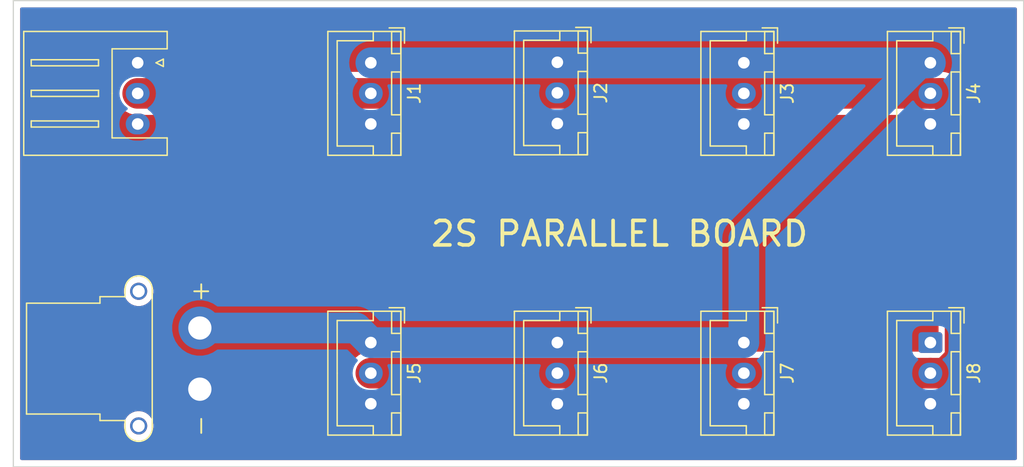
<source format=kicad_pcb>
(kicad_pcb (version 20171130) (host pcbnew "(5.1.9)-1")

  (general
    (thickness 1.6)
    (drawings 5)
    (tracks 14)
    (zones 0)
    (modules 10)
    (nets 4)
  )

  (page A4)
  (layers
    (0 F.Cu signal)
    (31 B.Cu signal)
    (32 B.Adhes user)
    (33 F.Adhes user)
    (34 B.Paste user)
    (35 F.Paste user)
    (36 B.SilkS user)
    (37 F.SilkS user)
    (38 B.Mask user)
    (39 F.Mask user)
    (40 Dwgs.User user)
    (41 Cmts.User user)
    (42 Eco1.User user)
    (43 Eco2.User user)
    (44 Edge.Cuts user)
    (45 Margin user)
    (46 B.CrtYd user)
    (47 F.CrtYd user)
    (48 B.Fab user)
    (49 F.Fab user)
  )

  (setup
    (last_trace_width 2.5)
    (user_trace_width 2.5)
    (trace_clearance 0.2)
    (zone_clearance 0.508)
    (zone_45_only no)
    (trace_min 0.2)
    (via_size 0.8)
    (via_drill 0.4)
    (via_min_size 0.4)
    (via_min_drill 0.3)
    (uvia_size 0.3)
    (uvia_drill 0.1)
    (uvias_allowed no)
    (uvia_min_size 0.2)
    (uvia_min_drill 0.1)
    (edge_width 0.05)
    (segment_width 0.2)
    (pcb_text_width 0.3)
    (pcb_text_size 1.5 1.5)
    (mod_edge_width 0.12)
    (mod_text_size 1 1)
    (mod_text_width 0.15)
    (pad_size 1.524 1.524)
    (pad_drill 0.762)
    (pad_to_mask_clearance 0)
    (aux_axis_origin 0 0)
    (visible_elements 7FFFFFFF)
    (pcbplotparams
      (layerselection 0x010fc_ffffffff)
      (usegerberextensions false)
      (usegerberattributes true)
      (usegerberadvancedattributes true)
      (creategerberjobfile true)
      (excludeedgelayer true)
      (linewidth 0.100000)
      (plotframeref false)
      (viasonmask false)
      (mode 1)
      (useauxorigin false)
      (hpglpennumber 1)
      (hpglpenspeed 20)
      (hpglpendiameter 15.000000)
      (psnegative false)
      (psa4output false)
      (plotreference true)
      (plotvalue true)
      (plotinvisibletext false)
      (padsonsilk false)
      (subtractmaskfromsilk false)
      (outputformat 1)
      (mirror false)
      (drillshape 0)
      (scaleselection 1)
      (outputdirectory "gerber/"))
  )

  (net 0 "")
  (net 1 VCC)
  (net 2 "Net-(J1-Pad2)")
  (net 3 GND)

  (net_class Default "This is the default net class."
    (clearance 0.2)
    (trace_width 0.25)
    (via_dia 0.8)
    (via_drill 0.4)
    (uvia_dia 0.3)
    (uvia_drill 0.1)
    (add_net GND)
    (add_net "Net-(J1-Pad2)")
    (add_net VCC)
  )

  (module Connector_AMASS:AMASS_XT30PW-F_1x02_P2.50mm_Horizontal (layer F.Cu) (tedit 5C8EB270) (tstamp 60F53D36)
    (at 91.44 125.73 90)
    (descr "Connector XT30 Horizontal PCB Female, https://www.tme.eu/en/Document/ce4077e36b79046da520ca73227e15de/XT30PW%20SPEC.pdf")
    (tags "RC Connector XT30")
    (path /60F645AA)
    (fp_text reference J9 (at 2.5 -15.5 90) (layer F.SilkS) hide
      (effects (font (size 1 1) (thickness 0.15)))
    )
    (fp_text value Conn_01x02 (at 2.5 3.5 90) (layer F.Fab)
      (effects (font (size 1 1) (thickness 0.15)))
    )
    (fp_text user - (at -3 0 90) (layer F.SilkS)
      (effects (font (size 1.5 1.5) (thickness 0.15)))
    )
    (fp_text user + (at 8 0 90) (layer F.SilkS)
      (effects (font (size 1.5 1.5) (thickness 0.15)))
    )
    (fp_arc (start 8.15 -5) (end 8.15 -3.89) (angle -180) (layer F.SilkS) (width 0.12))
    (fp_arc (start -3.15 -5) (end -3.15 -6.11) (angle -171.1) (layer F.SilkS) (width 0.12))
    (fp_arc (start -3.15 -5) (end -3.15 -6) (angle -180) (layer F.Fab) (width 0.1))
    (fp_arc (start 8.15 -5) (end 8.15 -4) (angle -180) (layer F.Fab) (width 0.1))
    (fp_text user %R (at 2.5 -3 90) (layer F.Fab)
      (effects (font (size 1 1) (thickness 0.15)))
    )
    (fp_line (start -1.92 -14.05) (end 6.92 -14.05) (layer F.Fab) (width 0.1))
    (fp_line (start -1.92 -14.05) (end -1.92 -8.05) (layer F.Fab) (width 0.1))
    (fp_line (start 6.92 -14.05) (end 6.92 -8.05) (layer F.Fab) (width 0.1))
    (fp_line (start -2.45 -8.05) (end 7.45 -8.05) (layer F.Fab) (width 0.1))
    (fp_line (start -2.56 -8.16) (end -2.03 -8.16) (layer F.SilkS) (width 0.12))
    (fp_line (start -4.65 2.25) (end 9.65 2.25) (layer F.CrtYd) (width 0.05))
    (fp_line (start 9.65 -8.55) (end 9.65 2.25) (layer F.CrtYd) (width 0.05))
    (fp_line (start 7.42 -8.55) (end 9.65 -8.55) (layer F.CrtYd) (width 0.05))
    (fp_line (start 7.42 -14.55) (end 7.42 -8.55) (layer F.CrtYd) (width 0.05))
    (fp_line (start -2.42 -14.55) (end 7.42 -14.55) (layer F.CrtYd) (width 0.05))
    (fp_line (start -2.42 -14.55) (end -2.42 -8.55) (layer F.CrtYd) (width 0.05))
    (fp_line (start -4.65 -8.55) (end -2.42 -8.55) (layer F.CrtYd) (width 0.05))
    (fp_line (start -4.65 -8.55) (end -4.65 2.25) (layer F.CrtYd) (width 0.05))
    (fp_line (start -3.26 -3.89) (end 8.26 -3.89) (layer F.SilkS) (width 0.12))
    (fp_line (start -3.15 -4) (end 8.15 -4) (layer F.Fab) (width 0.1))
    (fp_line (start -3.15 -6) (end -2.45 -6) (layer F.Fab) (width 0.1))
    (fp_line (start -2.45 -8.05) (end -2.45 -6) (layer F.Fab) (width 0.1))
    (fp_line (start 7.45 -8.05) (end 7.45 -6.05) (layer F.Fab) (width 0.1))
    (fp_line (start 7.45 -6) (end 8.15 -6) (layer F.Fab) (width 0.1))
    (fp_line (start -2.56 -8.16) (end -2.56 -6.11) (layer F.SilkS) (width 0.12))
    (fp_line (start -3.26 -6.11) (end -2.56 -6.11) (layer F.SilkS) (width 0.12))
    (fp_line (start 7.56 -6.11) (end 8.26 -6.11) (layer F.SilkS) (width 0.12))
    (fp_line (start 7.56 -8.16) (end 7.56 -6.11) (layer F.SilkS) (width 0.12))
    (fp_line (start 7.03 -8.16) (end 7.56 -8.16) (layer F.SilkS) (width 0.12))
    (fp_line (start 7.03 -14.16) (end 7.03 -8.16) (layer F.SilkS) (width 0.12))
    (fp_line (start -2.03 -14.16) (end 7 -14.16) (layer F.SilkS) (width 0.12))
    (fp_line (start -2.03 -14.16) (end -2.03 -8.16) (layer F.SilkS) (width 0.12))
    (pad 2 thru_hole circle (at 5 0 90) (size 3.5 3.5) (drill 1.9) (layers *.Cu *.Mask)
      (net 1 VCC))
    (pad 1 thru_hole rect (at 0 0 90) (size 3.5 3.5) (drill 1.9) (layers *.Cu *.Mask)
      (net 3 GND))
    (pad "" thru_hole circle (at 8 -5 90) (size 1.4 1.4) (drill 1) (layers *.Cu *.Mask))
    (pad "" thru_hole circle (at -3 -5 180) (size 1.4 1.4) (drill 1) (layers *.Cu *.Mask))
    (model ${KISYS3DMOD}/Connector_AMASS.3dshapes/AMASS_XT30PW-F_1x02_P2.50mm_Horizontal.wrl
      (at (xyz 0 0 0))
      (scale (xyz 1 1 1))
      (rotate (xyz 0 0 0))
    )
  )

  (module Connector_JST:JST_XH_S3B-XH-A_1x03_P2.50mm_Horizontal (layer F.Cu) (tedit 5C281475) (tstamp 60F50B6F)
    (at 86.36 99.06 270)
    (descr "JST XH series connector, S3B-XH-A (http://www.jst-mfg.com/product/pdf/eng/eXH.pdf), generated with kicad-footprint-generator")
    (tags "connector JST XH horizontal")
    (path /60F67F30)
    (fp_text reference J10 (at 2.5 -3.5 90) (layer F.SilkS) hide
      (effects (font (size 1 1) (thickness 0.15)))
    )
    (fp_text value Conn_01x03 (at 2.5 10.4 90) (layer F.Fab)
      (effects (font (size 1 1) (thickness 0.15)))
    )
    (fp_line (start 0 1.2) (end 0.625 2.2) (layer F.Fab) (width 0.1))
    (fp_line (start -0.625 2.2) (end 0 1.2) (layer F.Fab) (width 0.1))
    (fp_line (start 0.3 -2.1) (end 0 -1.5) (layer F.SilkS) (width 0.12))
    (fp_line (start -0.3 -2.1) (end 0.3 -2.1) (layer F.SilkS) (width 0.12))
    (fp_line (start 0 -1.5) (end -0.3 -2.1) (layer F.SilkS) (width 0.12))
    (fp_line (start 5.25 3.2) (end 4.75 3.2) (layer F.SilkS) (width 0.12))
    (fp_line (start 5.25 8.7) (end 5.25 3.2) (layer F.SilkS) (width 0.12))
    (fp_line (start 4.75 8.7) (end 5.25 8.7) (layer F.SilkS) (width 0.12))
    (fp_line (start 4.75 3.2) (end 4.75 8.7) (layer F.SilkS) (width 0.12))
    (fp_line (start 2.75 3.2) (end 2.25 3.2) (layer F.SilkS) (width 0.12))
    (fp_line (start 2.75 8.7) (end 2.75 3.2) (layer F.SilkS) (width 0.12))
    (fp_line (start 2.25 8.7) (end 2.75 8.7) (layer F.SilkS) (width 0.12))
    (fp_line (start 2.25 3.2) (end 2.25 8.7) (layer F.SilkS) (width 0.12))
    (fp_line (start 0.25 3.2) (end -0.25 3.2) (layer F.SilkS) (width 0.12))
    (fp_line (start 0.25 8.7) (end 0.25 3.2) (layer F.SilkS) (width 0.12))
    (fp_line (start -0.25 8.7) (end 0.25 8.7) (layer F.SilkS) (width 0.12))
    (fp_line (start -0.25 3.2) (end -0.25 8.7) (layer F.SilkS) (width 0.12))
    (fp_line (start 6.25 2.2) (end 2.5 2.2) (layer F.Fab) (width 0.1))
    (fp_line (start 6.25 -2.3) (end 6.25 2.2) (layer F.Fab) (width 0.1))
    (fp_line (start 7.45 -2.3) (end 6.25 -2.3) (layer F.Fab) (width 0.1))
    (fp_line (start 7.45 9.2) (end 7.45 -2.3) (layer F.Fab) (width 0.1))
    (fp_line (start 2.5 9.2) (end 7.45 9.2) (layer F.Fab) (width 0.1))
    (fp_line (start -1.25 2.2) (end 2.5 2.2) (layer F.Fab) (width 0.1))
    (fp_line (start -1.25 -2.3) (end -1.25 2.2) (layer F.Fab) (width 0.1))
    (fp_line (start -2.45 -2.3) (end -1.25 -2.3) (layer F.Fab) (width 0.1))
    (fp_line (start -2.45 9.2) (end -2.45 -2.3) (layer F.Fab) (width 0.1))
    (fp_line (start 2.5 9.2) (end -2.45 9.2) (layer F.Fab) (width 0.1))
    (fp_line (start 6.14 2.09) (end 2.5 2.09) (layer F.SilkS) (width 0.12))
    (fp_line (start 6.14 -2.41) (end 6.14 2.09) (layer F.SilkS) (width 0.12))
    (fp_line (start 7.56 -2.41) (end 6.14 -2.41) (layer F.SilkS) (width 0.12))
    (fp_line (start 7.56 9.31) (end 7.56 -2.41) (layer F.SilkS) (width 0.12))
    (fp_line (start 2.5 9.31) (end 7.56 9.31) (layer F.SilkS) (width 0.12))
    (fp_line (start -1.14 2.09) (end 2.5 2.09) (layer F.SilkS) (width 0.12))
    (fp_line (start -1.14 -2.41) (end -1.14 2.09) (layer F.SilkS) (width 0.12))
    (fp_line (start -2.56 -2.41) (end -1.14 -2.41) (layer F.SilkS) (width 0.12))
    (fp_line (start -2.56 9.31) (end -2.56 -2.41) (layer F.SilkS) (width 0.12))
    (fp_line (start 2.5 9.31) (end -2.56 9.31) (layer F.SilkS) (width 0.12))
    (fp_line (start 7.95 -2.8) (end -2.95 -2.8) (layer F.CrtYd) (width 0.05))
    (fp_line (start 7.95 9.7) (end 7.95 -2.8) (layer F.CrtYd) (width 0.05))
    (fp_line (start -2.95 9.7) (end 7.95 9.7) (layer F.CrtYd) (width 0.05))
    (fp_line (start -2.95 -2.8) (end -2.95 9.7) (layer F.CrtYd) (width 0.05))
    (fp_text user %R (at 2.5 3.45 90) (layer F.Fab)
      (effects (font (size 1 1) (thickness 0.15)))
    )
    (pad 3 thru_hole oval (at 5 0 270) (size 1.7 1.95) (drill 0.95) (layers *.Cu *.Mask)
      (net 1 VCC))
    (pad 2 thru_hole oval (at 2.5 0 270) (size 1.7 1.95) (drill 0.95) (layers *.Cu *.Mask)
      (net 2 "Net-(J1-Pad2)"))
    (pad 1 thru_hole roundrect (at 0 0 270) (size 1.7 1.95) (drill 0.95) (layers *.Cu *.Mask) (roundrect_rratio 0.1470588235294118)
      (net 3 GND))
    (model ${KISYS3DMOD}/Connector_JST.3dshapes/JST_XH_S3B-XH-A_1x03_P2.50mm_Horizontal.wrl
      (at (xyz 0 0 0))
      (scale (xyz 1 1 1))
      (rotate (xyz 0 0 0))
    )
  )

  (module Connector_JST:JST_XH_B3B-XH-A_1x03_P2.50mm_Vertical (layer F.Cu) (tedit 5C28146C) (tstamp 60F50B2C)
    (at 151.13 121.92 270)
    (descr "JST XH series connector, B3B-XH-A (http://www.jst-mfg.com/product/pdf/eng/eXH.pdf), generated with kicad-footprint-generator")
    (tags "connector JST XH vertical")
    (path /60F593D2)
    (fp_text reference J8 (at 2.5 -3.55 90) (layer F.SilkS)
      (effects (font (size 1 1) (thickness 0.15)))
    )
    (fp_text value Conn_01x03 (at 2.5 4.6 90) (layer F.Fab)
      (effects (font (size 1 1) (thickness 0.15)))
    )
    (fp_line (start -2.85 -2.75) (end -2.85 -1.5) (layer F.SilkS) (width 0.12))
    (fp_line (start -1.6 -2.75) (end -2.85 -2.75) (layer F.SilkS) (width 0.12))
    (fp_line (start 6.8 2.75) (end 2.5 2.75) (layer F.SilkS) (width 0.12))
    (fp_line (start 6.8 -0.2) (end 6.8 2.75) (layer F.SilkS) (width 0.12))
    (fp_line (start 7.55 -0.2) (end 6.8 -0.2) (layer F.SilkS) (width 0.12))
    (fp_line (start -1.8 2.75) (end 2.5 2.75) (layer F.SilkS) (width 0.12))
    (fp_line (start -1.8 -0.2) (end -1.8 2.75) (layer F.SilkS) (width 0.12))
    (fp_line (start -2.55 -0.2) (end -1.8 -0.2) (layer F.SilkS) (width 0.12))
    (fp_line (start 7.55 -2.45) (end 5.75 -2.45) (layer F.SilkS) (width 0.12))
    (fp_line (start 7.55 -1.7) (end 7.55 -2.45) (layer F.SilkS) (width 0.12))
    (fp_line (start 5.75 -1.7) (end 7.55 -1.7) (layer F.SilkS) (width 0.12))
    (fp_line (start 5.75 -2.45) (end 5.75 -1.7) (layer F.SilkS) (width 0.12))
    (fp_line (start -0.75 -2.45) (end -2.55 -2.45) (layer F.SilkS) (width 0.12))
    (fp_line (start -0.75 -1.7) (end -0.75 -2.45) (layer F.SilkS) (width 0.12))
    (fp_line (start -2.55 -1.7) (end -0.75 -1.7) (layer F.SilkS) (width 0.12))
    (fp_line (start -2.55 -2.45) (end -2.55 -1.7) (layer F.SilkS) (width 0.12))
    (fp_line (start 4.25 -2.45) (end 0.75 -2.45) (layer F.SilkS) (width 0.12))
    (fp_line (start 4.25 -1.7) (end 4.25 -2.45) (layer F.SilkS) (width 0.12))
    (fp_line (start 0.75 -1.7) (end 4.25 -1.7) (layer F.SilkS) (width 0.12))
    (fp_line (start 0.75 -2.45) (end 0.75 -1.7) (layer F.SilkS) (width 0.12))
    (fp_line (start 0 -1.35) (end 0.625 -2.35) (layer F.Fab) (width 0.1))
    (fp_line (start -0.625 -2.35) (end 0 -1.35) (layer F.Fab) (width 0.1))
    (fp_line (start 7.95 -2.85) (end -2.95 -2.85) (layer F.CrtYd) (width 0.05))
    (fp_line (start 7.95 3.9) (end 7.95 -2.85) (layer F.CrtYd) (width 0.05))
    (fp_line (start -2.95 3.9) (end 7.95 3.9) (layer F.CrtYd) (width 0.05))
    (fp_line (start -2.95 -2.85) (end -2.95 3.9) (layer F.CrtYd) (width 0.05))
    (fp_line (start 7.56 -2.46) (end -2.56 -2.46) (layer F.SilkS) (width 0.12))
    (fp_line (start 7.56 3.51) (end 7.56 -2.46) (layer F.SilkS) (width 0.12))
    (fp_line (start -2.56 3.51) (end 7.56 3.51) (layer F.SilkS) (width 0.12))
    (fp_line (start -2.56 -2.46) (end -2.56 3.51) (layer F.SilkS) (width 0.12))
    (fp_line (start 7.45 -2.35) (end -2.45 -2.35) (layer F.Fab) (width 0.1))
    (fp_line (start 7.45 3.4) (end 7.45 -2.35) (layer F.Fab) (width 0.1))
    (fp_line (start -2.45 3.4) (end 7.45 3.4) (layer F.Fab) (width 0.1))
    (fp_line (start -2.45 -2.35) (end -2.45 3.4) (layer F.Fab) (width 0.1))
    (fp_text user %R (at 2.5 2.7 90) (layer F.Fab)
      (effects (font (size 1 1) (thickness 0.15)))
    )
    (pad 3 thru_hole oval (at 5 0 270) (size 1.7 1.95) (drill 0.95) (layers *.Cu *.Mask)
      (net 3 GND))
    (pad 2 thru_hole oval (at 2.5 0 270) (size 1.7 1.95) (drill 0.95) (layers *.Cu *.Mask)
      (net 2 "Net-(J1-Pad2)"))
    (pad 1 thru_hole roundrect (at 0 0 270) (size 1.7 1.95) (drill 0.95) (layers *.Cu *.Mask) (roundrect_rratio 0.1470588235294118)
      (net 1 VCC))
    (model ${KISYS3DMOD}/Connector_JST.3dshapes/JST_XH_B3B-XH-A_1x03_P2.50mm_Vertical.wrl
      (at (xyz 0 0 0))
      (scale (xyz 1 1 1))
      (rotate (xyz 0 0 0))
    )
  )

  (module Connector_JST:JST_XH_B3B-XH-A_1x03_P2.50mm_Vertical (layer F.Cu) (tedit 5C28146C) (tstamp 60F522A3)
    (at 135.89 121.92 270)
    (descr "JST XH series connector, B3B-XH-A (http://www.jst-mfg.com/product/pdf/eng/eXH.pdf), generated with kicad-footprint-generator")
    (tags "connector JST XH vertical")
    (path /60F593C8)
    (fp_text reference J7 (at 2.5 -3.55 90) (layer F.SilkS)
      (effects (font (size 1 1) (thickness 0.15)))
    )
    (fp_text value Conn_01x03 (at 2.5 4.6 90) (layer F.Fab)
      (effects (font (size 1 1) (thickness 0.15)))
    )
    (fp_line (start -2.85 -2.75) (end -2.85 -1.5) (layer F.SilkS) (width 0.12))
    (fp_line (start -1.6 -2.75) (end -2.85 -2.75) (layer F.SilkS) (width 0.12))
    (fp_line (start 6.8 2.75) (end 2.5 2.75) (layer F.SilkS) (width 0.12))
    (fp_line (start 6.8 -0.2) (end 6.8 2.75) (layer F.SilkS) (width 0.12))
    (fp_line (start 7.55 -0.2) (end 6.8 -0.2) (layer F.SilkS) (width 0.12))
    (fp_line (start -1.8 2.75) (end 2.5 2.75) (layer F.SilkS) (width 0.12))
    (fp_line (start -1.8 -0.2) (end -1.8 2.75) (layer F.SilkS) (width 0.12))
    (fp_line (start -2.55 -0.2) (end -1.8 -0.2) (layer F.SilkS) (width 0.12))
    (fp_line (start 7.55 -2.45) (end 5.75 -2.45) (layer F.SilkS) (width 0.12))
    (fp_line (start 7.55 -1.7) (end 7.55 -2.45) (layer F.SilkS) (width 0.12))
    (fp_line (start 5.75 -1.7) (end 7.55 -1.7) (layer F.SilkS) (width 0.12))
    (fp_line (start 5.75 -2.45) (end 5.75 -1.7) (layer F.SilkS) (width 0.12))
    (fp_line (start -0.75 -2.45) (end -2.55 -2.45) (layer F.SilkS) (width 0.12))
    (fp_line (start -0.75 -1.7) (end -0.75 -2.45) (layer F.SilkS) (width 0.12))
    (fp_line (start -2.55 -1.7) (end -0.75 -1.7) (layer F.SilkS) (width 0.12))
    (fp_line (start -2.55 -2.45) (end -2.55 -1.7) (layer F.SilkS) (width 0.12))
    (fp_line (start 4.25 -2.45) (end 0.75 -2.45) (layer F.SilkS) (width 0.12))
    (fp_line (start 4.25 -1.7) (end 4.25 -2.45) (layer F.SilkS) (width 0.12))
    (fp_line (start 0.75 -1.7) (end 4.25 -1.7) (layer F.SilkS) (width 0.12))
    (fp_line (start 0.75 -2.45) (end 0.75 -1.7) (layer F.SilkS) (width 0.12))
    (fp_line (start 0 -1.35) (end 0.625 -2.35) (layer F.Fab) (width 0.1))
    (fp_line (start -0.625 -2.35) (end 0 -1.35) (layer F.Fab) (width 0.1))
    (fp_line (start 7.95 -2.85) (end -2.95 -2.85) (layer F.CrtYd) (width 0.05))
    (fp_line (start 7.95 3.9) (end 7.95 -2.85) (layer F.CrtYd) (width 0.05))
    (fp_line (start -2.95 3.9) (end 7.95 3.9) (layer F.CrtYd) (width 0.05))
    (fp_line (start -2.95 -2.85) (end -2.95 3.9) (layer F.CrtYd) (width 0.05))
    (fp_line (start 7.56 -2.46) (end -2.56 -2.46) (layer F.SilkS) (width 0.12))
    (fp_line (start 7.56 3.51) (end 7.56 -2.46) (layer F.SilkS) (width 0.12))
    (fp_line (start -2.56 3.51) (end 7.56 3.51) (layer F.SilkS) (width 0.12))
    (fp_line (start -2.56 -2.46) (end -2.56 3.51) (layer F.SilkS) (width 0.12))
    (fp_line (start 7.45 -2.35) (end -2.45 -2.35) (layer F.Fab) (width 0.1))
    (fp_line (start 7.45 3.4) (end 7.45 -2.35) (layer F.Fab) (width 0.1))
    (fp_line (start -2.45 3.4) (end 7.45 3.4) (layer F.Fab) (width 0.1))
    (fp_line (start -2.45 -2.35) (end -2.45 3.4) (layer F.Fab) (width 0.1))
    (fp_text user %R (at 2.5 2.7 90) (layer F.Fab)
      (effects (font (size 1 1) (thickness 0.15)))
    )
    (pad 3 thru_hole oval (at 5 0 270) (size 1.7 1.95) (drill 0.95) (layers *.Cu *.Mask)
      (net 3 GND))
    (pad 2 thru_hole oval (at 2.5 0 270) (size 1.7 1.95) (drill 0.95) (layers *.Cu *.Mask)
      (net 2 "Net-(J1-Pad2)"))
    (pad 1 thru_hole roundrect (at 0 0 270) (size 1.7 1.95) (drill 0.95) (layers *.Cu *.Mask) (roundrect_rratio 0.1470588235294118)
      (net 1 VCC))
    (model ${KISYS3DMOD}/Connector_JST.3dshapes/JST_XH_B3B-XH-A_1x03_P2.50mm_Vertical.wrl
      (at (xyz 0 0 0))
      (scale (xyz 1 1 1))
      (rotate (xyz 0 0 0))
    )
  )

  (module Connector_JST:JST_XH_B3B-XH-A_1x03_P2.50mm_Vertical (layer F.Cu) (tedit 5C28146C) (tstamp 60F50AD8)
    (at 120.65 121.92 270)
    (descr "JST XH series connector, B3B-XH-A (http://www.jst-mfg.com/product/pdf/eng/eXH.pdf), generated with kicad-footprint-generator")
    (tags "connector JST XH vertical")
    (path /60F593BE)
    (fp_text reference J6 (at 2.5 -3.55 90) (layer F.SilkS)
      (effects (font (size 1 1) (thickness 0.15)))
    )
    (fp_text value Conn_01x03 (at 2.5 4.6 90) (layer F.Fab)
      (effects (font (size 1 1) (thickness 0.15)))
    )
    (fp_line (start -2.85 -2.75) (end -2.85 -1.5) (layer F.SilkS) (width 0.12))
    (fp_line (start -1.6 -2.75) (end -2.85 -2.75) (layer F.SilkS) (width 0.12))
    (fp_line (start 6.8 2.75) (end 2.5 2.75) (layer F.SilkS) (width 0.12))
    (fp_line (start 6.8 -0.2) (end 6.8 2.75) (layer F.SilkS) (width 0.12))
    (fp_line (start 7.55 -0.2) (end 6.8 -0.2) (layer F.SilkS) (width 0.12))
    (fp_line (start -1.8 2.75) (end 2.5 2.75) (layer F.SilkS) (width 0.12))
    (fp_line (start -1.8 -0.2) (end -1.8 2.75) (layer F.SilkS) (width 0.12))
    (fp_line (start -2.55 -0.2) (end -1.8 -0.2) (layer F.SilkS) (width 0.12))
    (fp_line (start 7.55 -2.45) (end 5.75 -2.45) (layer F.SilkS) (width 0.12))
    (fp_line (start 7.55 -1.7) (end 7.55 -2.45) (layer F.SilkS) (width 0.12))
    (fp_line (start 5.75 -1.7) (end 7.55 -1.7) (layer F.SilkS) (width 0.12))
    (fp_line (start 5.75 -2.45) (end 5.75 -1.7) (layer F.SilkS) (width 0.12))
    (fp_line (start -0.75 -2.45) (end -2.55 -2.45) (layer F.SilkS) (width 0.12))
    (fp_line (start -0.75 -1.7) (end -0.75 -2.45) (layer F.SilkS) (width 0.12))
    (fp_line (start -2.55 -1.7) (end -0.75 -1.7) (layer F.SilkS) (width 0.12))
    (fp_line (start -2.55 -2.45) (end -2.55 -1.7) (layer F.SilkS) (width 0.12))
    (fp_line (start 4.25 -2.45) (end 0.75 -2.45) (layer F.SilkS) (width 0.12))
    (fp_line (start 4.25 -1.7) (end 4.25 -2.45) (layer F.SilkS) (width 0.12))
    (fp_line (start 0.75 -1.7) (end 4.25 -1.7) (layer F.SilkS) (width 0.12))
    (fp_line (start 0.75 -2.45) (end 0.75 -1.7) (layer F.SilkS) (width 0.12))
    (fp_line (start 0 -1.35) (end 0.625 -2.35) (layer F.Fab) (width 0.1))
    (fp_line (start -0.625 -2.35) (end 0 -1.35) (layer F.Fab) (width 0.1))
    (fp_line (start 7.95 -2.85) (end -2.95 -2.85) (layer F.CrtYd) (width 0.05))
    (fp_line (start 7.95 3.9) (end 7.95 -2.85) (layer F.CrtYd) (width 0.05))
    (fp_line (start -2.95 3.9) (end 7.95 3.9) (layer F.CrtYd) (width 0.05))
    (fp_line (start -2.95 -2.85) (end -2.95 3.9) (layer F.CrtYd) (width 0.05))
    (fp_line (start 7.56 -2.46) (end -2.56 -2.46) (layer F.SilkS) (width 0.12))
    (fp_line (start 7.56 3.51) (end 7.56 -2.46) (layer F.SilkS) (width 0.12))
    (fp_line (start -2.56 3.51) (end 7.56 3.51) (layer F.SilkS) (width 0.12))
    (fp_line (start -2.56 -2.46) (end -2.56 3.51) (layer F.SilkS) (width 0.12))
    (fp_line (start 7.45 -2.35) (end -2.45 -2.35) (layer F.Fab) (width 0.1))
    (fp_line (start 7.45 3.4) (end 7.45 -2.35) (layer F.Fab) (width 0.1))
    (fp_line (start -2.45 3.4) (end 7.45 3.4) (layer F.Fab) (width 0.1))
    (fp_line (start -2.45 -2.35) (end -2.45 3.4) (layer F.Fab) (width 0.1))
    (fp_text user %R (at 2.5 2.7 90) (layer F.Fab)
      (effects (font (size 1 1) (thickness 0.15)))
    )
    (pad 3 thru_hole oval (at 5 0 270) (size 1.7 1.95) (drill 0.95) (layers *.Cu *.Mask)
      (net 3 GND))
    (pad 2 thru_hole oval (at 2.5 0 270) (size 1.7 1.95) (drill 0.95) (layers *.Cu *.Mask)
      (net 2 "Net-(J1-Pad2)"))
    (pad 1 thru_hole roundrect (at 0 0 270) (size 1.7 1.95) (drill 0.95) (layers *.Cu *.Mask) (roundrect_rratio 0.1470588235294118)
      (net 1 VCC))
    (model ${KISYS3DMOD}/Connector_JST.3dshapes/JST_XH_B3B-XH-A_1x03_P2.50mm_Vertical.wrl
      (at (xyz 0 0 0))
      (scale (xyz 1 1 1))
      (rotate (xyz 0 0 0))
    )
  )

  (module Connector_JST:JST_XH_B3B-XH-A_1x03_P2.50mm_Vertical (layer F.Cu) (tedit 5C28146C) (tstamp 60F50AAE)
    (at 105.41 121.92 270)
    (descr "JST XH series connector, B3B-XH-A (http://www.jst-mfg.com/product/pdf/eng/eXH.pdf), generated with kicad-footprint-generator")
    (tags "connector JST XH vertical")
    (path /60F59340)
    (fp_text reference J5 (at 2.5 -3.55 90) (layer F.SilkS)
      (effects (font (size 1 1) (thickness 0.15)))
    )
    (fp_text value Conn_01x03 (at 2.5 4.6 90) (layer F.Fab)
      (effects (font (size 1 1) (thickness 0.15)))
    )
    (fp_line (start -2.85 -2.75) (end -2.85 -1.5) (layer F.SilkS) (width 0.12))
    (fp_line (start -1.6 -2.75) (end -2.85 -2.75) (layer F.SilkS) (width 0.12))
    (fp_line (start 6.8 2.75) (end 2.5 2.75) (layer F.SilkS) (width 0.12))
    (fp_line (start 6.8 -0.2) (end 6.8 2.75) (layer F.SilkS) (width 0.12))
    (fp_line (start 7.55 -0.2) (end 6.8 -0.2) (layer F.SilkS) (width 0.12))
    (fp_line (start -1.8 2.75) (end 2.5 2.75) (layer F.SilkS) (width 0.12))
    (fp_line (start -1.8 -0.2) (end -1.8 2.75) (layer F.SilkS) (width 0.12))
    (fp_line (start -2.55 -0.2) (end -1.8 -0.2) (layer F.SilkS) (width 0.12))
    (fp_line (start 7.55 -2.45) (end 5.75 -2.45) (layer F.SilkS) (width 0.12))
    (fp_line (start 7.55 -1.7) (end 7.55 -2.45) (layer F.SilkS) (width 0.12))
    (fp_line (start 5.75 -1.7) (end 7.55 -1.7) (layer F.SilkS) (width 0.12))
    (fp_line (start 5.75 -2.45) (end 5.75 -1.7) (layer F.SilkS) (width 0.12))
    (fp_line (start -0.75 -2.45) (end -2.55 -2.45) (layer F.SilkS) (width 0.12))
    (fp_line (start -0.75 -1.7) (end -0.75 -2.45) (layer F.SilkS) (width 0.12))
    (fp_line (start -2.55 -1.7) (end -0.75 -1.7) (layer F.SilkS) (width 0.12))
    (fp_line (start -2.55 -2.45) (end -2.55 -1.7) (layer F.SilkS) (width 0.12))
    (fp_line (start 4.25 -2.45) (end 0.75 -2.45) (layer F.SilkS) (width 0.12))
    (fp_line (start 4.25 -1.7) (end 4.25 -2.45) (layer F.SilkS) (width 0.12))
    (fp_line (start 0.75 -1.7) (end 4.25 -1.7) (layer F.SilkS) (width 0.12))
    (fp_line (start 0.75 -2.45) (end 0.75 -1.7) (layer F.SilkS) (width 0.12))
    (fp_line (start 0 -1.35) (end 0.625 -2.35) (layer F.Fab) (width 0.1))
    (fp_line (start -0.625 -2.35) (end 0 -1.35) (layer F.Fab) (width 0.1))
    (fp_line (start 7.95 -2.85) (end -2.95 -2.85) (layer F.CrtYd) (width 0.05))
    (fp_line (start 7.95 3.9) (end 7.95 -2.85) (layer F.CrtYd) (width 0.05))
    (fp_line (start -2.95 3.9) (end 7.95 3.9) (layer F.CrtYd) (width 0.05))
    (fp_line (start -2.95 -2.85) (end -2.95 3.9) (layer F.CrtYd) (width 0.05))
    (fp_line (start 7.56 -2.46) (end -2.56 -2.46) (layer F.SilkS) (width 0.12))
    (fp_line (start 7.56 3.51) (end 7.56 -2.46) (layer F.SilkS) (width 0.12))
    (fp_line (start -2.56 3.51) (end 7.56 3.51) (layer F.SilkS) (width 0.12))
    (fp_line (start -2.56 -2.46) (end -2.56 3.51) (layer F.SilkS) (width 0.12))
    (fp_line (start 7.45 -2.35) (end -2.45 -2.35) (layer F.Fab) (width 0.1))
    (fp_line (start 7.45 3.4) (end 7.45 -2.35) (layer F.Fab) (width 0.1))
    (fp_line (start -2.45 3.4) (end 7.45 3.4) (layer F.Fab) (width 0.1))
    (fp_line (start -2.45 -2.35) (end -2.45 3.4) (layer F.Fab) (width 0.1))
    (fp_text user %R (at 2.5 2.7 90) (layer F.Fab)
      (effects (font (size 1 1) (thickness 0.15)))
    )
    (pad 3 thru_hole oval (at 5 0 270) (size 1.7 1.95) (drill 0.95) (layers *.Cu *.Mask)
      (net 3 GND))
    (pad 2 thru_hole oval (at 2.5 0 270) (size 1.7 1.95) (drill 0.95) (layers *.Cu *.Mask)
      (net 2 "Net-(J1-Pad2)"))
    (pad 1 thru_hole roundrect (at 0 0 270) (size 1.7 1.95) (drill 0.95) (layers *.Cu *.Mask) (roundrect_rratio 0.1470588235294118)
      (net 1 VCC))
    (model ${KISYS3DMOD}/Connector_JST.3dshapes/JST_XH_B3B-XH-A_1x03_P2.50mm_Vertical.wrl
      (at (xyz 0 0 0))
      (scale (xyz 1 1 1))
      (rotate (xyz 0 0 0))
    )
  )

  (module Connector_JST:JST_XH_B3B-XH-A_1x03_P2.50mm_Vertical (layer F.Cu) (tedit 5C28146C) (tstamp 60F50A84)
    (at 151.13 99.06 270)
    (descr "JST XH series connector, B3B-XH-A (http://www.jst-mfg.com/product/pdf/eng/eXH.pdf), generated with kicad-footprint-generator")
    (tags "connector JST XH vertical")
    (path /60F511FE)
    (fp_text reference J4 (at 2.5 -3.55 90) (layer F.SilkS)
      (effects (font (size 1 1) (thickness 0.15)))
    )
    (fp_text value Conn_01x03 (at 2.5 4.6 90) (layer F.Fab)
      (effects (font (size 1 1) (thickness 0.15)))
    )
    (fp_line (start -2.85 -2.75) (end -2.85 -1.5) (layer F.SilkS) (width 0.12))
    (fp_line (start -1.6 -2.75) (end -2.85 -2.75) (layer F.SilkS) (width 0.12))
    (fp_line (start 6.8 2.75) (end 2.5 2.75) (layer F.SilkS) (width 0.12))
    (fp_line (start 6.8 -0.2) (end 6.8 2.75) (layer F.SilkS) (width 0.12))
    (fp_line (start 7.55 -0.2) (end 6.8 -0.2) (layer F.SilkS) (width 0.12))
    (fp_line (start -1.8 2.75) (end 2.5 2.75) (layer F.SilkS) (width 0.12))
    (fp_line (start -1.8 -0.2) (end -1.8 2.75) (layer F.SilkS) (width 0.12))
    (fp_line (start -2.55 -0.2) (end -1.8 -0.2) (layer F.SilkS) (width 0.12))
    (fp_line (start 7.55 -2.45) (end 5.75 -2.45) (layer F.SilkS) (width 0.12))
    (fp_line (start 7.55 -1.7) (end 7.55 -2.45) (layer F.SilkS) (width 0.12))
    (fp_line (start 5.75 -1.7) (end 7.55 -1.7) (layer F.SilkS) (width 0.12))
    (fp_line (start 5.75 -2.45) (end 5.75 -1.7) (layer F.SilkS) (width 0.12))
    (fp_line (start -0.75 -2.45) (end -2.55 -2.45) (layer F.SilkS) (width 0.12))
    (fp_line (start -0.75 -1.7) (end -0.75 -2.45) (layer F.SilkS) (width 0.12))
    (fp_line (start -2.55 -1.7) (end -0.75 -1.7) (layer F.SilkS) (width 0.12))
    (fp_line (start -2.55 -2.45) (end -2.55 -1.7) (layer F.SilkS) (width 0.12))
    (fp_line (start 4.25 -2.45) (end 0.75 -2.45) (layer F.SilkS) (width 0.12))
    (fp_line (start 4.25 -1.7) (end 4.25 -2.45) (layer F.SilkS) (width 0.12))
    (fp_line (start 0.75 -1.7) (end 4.25 -1.7) (layer F.SilkS) (width 0.12))
    (fp_line (start 0.75 -2.45) (end 0.75 -1.7) (layer F.SilkS) (width 0.12))
    (fp_line (start 0 -1.35) (end 0.625 -2.35) (layer F.Fab) (width 0.1))
    (fp_line (start -0.625 -2.35) (end 0 -1.35) (layer F.Fab) (width 0.1))
    (fp_line (start 7.95 -2.85) (end -2.95 -2.85) (layer F.CrtYd) (width 0.05))
    (fp_line (start 7.95 3.9) (end 7.95 -2.85) (layer F.CrtYd) (width 0.05))
    (fp_line (start -2.95 3.9) (end 7.95 3.9) (layer F.CrtYd) (width 0.05))
    (fp_line (start -2.95 -2.85) (end -2.95 3.9) (layer F.CrtYd) (width 0.05))
    (fp_line (start 7.56 -2.46) (end -2.56 -2.46) (layer F.SilkS) (width 0.12))
    (fp_line (start 7.56 3.51) (end 7.56 -2.46) (layer F.SilkS) (width 0.12))
    (fp_line (start -2.56 3.51) (end 7.56 3.51) (layer F.SilkS) (width 0.12))
    (fp_line (start -2.56 -2.46) (end -2.56 3.51) (layer F.SilkS) (width 0.12))
    (fp_line (start 7.45 -2.35) (end -2.45 -2.35) (layer F.Fab) (width 0.1))
    (fp_line (start 7.45 3.4) (end 7.45 -2.35) (layer F.Fab) (width 0.1))
    (fp_line (start -2.45 3.4) (end 7.45 3.4) (layer F.Fab) (width 0.1))
    (fp_line (start -2.45 -2.35) (end -2.45 3.4) (layer F.Fab) (width 0.1))
    (fp_text user %R (at 2.5 2.7 90) (layer F.Fab)
      (effects (font (size 1 1) (thickness 0.15)))
    )
    (pad 3 thru_hole oval (at 5 0 270) (size 1.7 1.95) (drill 0.95) (layers *.Cu *.Mask)
      (net 3 GND))
    (pad 2 thru_hole oval (at 2.5 0 270) (size 1.7 1.95) (drill 0.95) (layers *.Cu *.Mask)
      (net 2 "Net-(J1-Pad2)"))
    (pad 1 thru_hole roundrect (at 0 0 270) (size 1.7 1.95) (drill 0.95) (layers *.Cu *.Mask) (roundrect_rratio 0.1470588235294118)
      (net 1 VCC))
    (model ${KISYS3DMOD}/Connector_JST.3dshapes/JST_XH_B3B-XH-A_1x03_P2.50mm_Vertical.wrl
      (at (xyz 0 0 0))
      (scale (xyz 1 1 1))
      (rotate (xyz 0 0 0))
    )
  )

  (module Connector_JST:JST_XH_B3B-XH-A_1x03_P2.50mm_Vertical (layer F.Cu) (tedit 5C28146C) (tstamp 60F50A5A)
    (at 135.89 99.06 270)
    (descr "JST XH series connector, B3B-XH-A (http://www.jst-mfg.com/product/pdf/eng/eXH.pdf), generated with kicad-footprint-generator")
    (tags "connector JST XH vertical")
    (path /60F511B0)
    (fp_text reference J3 (at 2.5 -3.55 90) (layer F.SilkS)
      (effects (font (size 1 1) (thickness 0.15)))
    )
    (fp_text value Conn_01x03 (at 2.5 4.6 90) (layer F.Fab)
      (effects (font (size 1 1) (thickness 0.15)))
    )
    (fp_line (start -2.85 -2.75) (end -2.85 -1.5) (layer F.SilkS) (width 0.12))
    (fp_line (start -1.6 -2.75) (end -2.85 -2.75) (layer F.SilkS) (width 0.12))
    (fp_line (start 6.8 2.75) (end 2.5 2.75) (layer F.SilkS) (width 0.12))
    (fp_line (start 6.8 -0.2) (end 6.8 2.75) (layer F.SilkS) (width 0.12))
    (fp_line (start 7.55 -0.2) (end 6.8 -0.2) (layer F.SilkS) (width 0.12))
    (fp_line (start -1.8 2.75) (end 2.5 2.75) (layer F.SilkS) (width 0.12))
    (fp_line (start -1.8 -0.2) (end -1.8 2.75) (layer F.SilkS) (width 0.12))
    (fp_line (start -2.55 -0.2) (end -1.8 -0.2) (layer F.SilkS) (width 0.12))
    (fp_line (start 7.55 -2.45) (end 5.75 -2.45) (layer F.SilkS) (width 0.12))
    (fp_line (start 7.55 -1.7) (end 7.55 -2.45) (layer F.SilkS) (width 0.12))
    (fp_line (start 5.75 -1.7) (end 7.55 -1.7) (layer F.SilkS) (width 0.12))
    (fp_line (start 5.75 -2.45) (end 5.75 -1.7) (layer F.SilkS) (width 0.12))
    (fp_line (start -0.75 -2.45) (end -2.55 -2.45) (layer F.SilkS) (width 0.12))
    (fp_line (start -0.75 -1.7) (end -0.75 -2.45) (layer F.SilkS) (width 0.12))
    (fp_line (start -2.55 -1.7) (end -0.75 -1.7) (layer F.SilkS) (width 0.12))
    (fp_line (start -2.55 -2.45) (end -2.55 -1.7) (layer F.SilkS) (width 0.12))
    (fp_line (start 4.25 -2.45) (end 0.75 -2.45) (layer F.SilkS) (width 0.12))
    (fp_line (start 4.25 -1.7) (end 4.25 -2.45) (layer F.SilkS) (width 0.12))
    (fp_line (start 0.75 -1.7) (end 4.25 -1.7) (layer F.SilkS) (width 0.12))
    (fp_line (start 0.75 -2.45) (end 0.75 -1.7) (layer F.SilkS) (width 0.12))
    (fp_line (start 0 -1.35) (end 0.625 -2.35) (layer F.Fab) (width 0.1))
    (fp_line (start -0.625 -2.35) (end 0 -1.35) (layer F.Fab) (width 0.1))
    (fp_line (start 7.95 -2.85) (end -2.95 -2.85) (layer F.CrtYd) (width 0.05))
    (fp_line (start 7.95 3.9) (end 7.95 -2.85) (layer F.CrtYd) (width 0.05))
    (fp_line (start -2.95 3.9) (end 7.95 3.9) (layer F.CrtYd) (width 0.05))
    (fp_line (start -2.95 -2.85) (end -2.95 3.9) (layer F.CrtYd) (width 0.05))
    (fp_line (start 7.56 -2.46) (end -2.56 -2.46) (layer F.SilkS) (width 0.12))
    (fp_line (start 7.56 3.51) (end 7.56 -2.46) (layer F.SilkS) (width 0.12))
    (fp_line (start -2.56 3.51) (end 7.56 3.51) (layer F.SilkS) (width 0.12))
    (fp_line (start -2.56 -2.46) (end -2.56 3.51) (layer F.SilkS) (width 0.12))
    (fp_line (start 7.45 -2.35) (end -2.45 -2.35) (layer F.Fab) (width 0.1))
    (fp_line (start 7.45 3.4) (end 7.45 -2.35) (layer F.Fab) (width 0.1))
    (fp_line (start -2.45 3.4) (end 7.45 3.4) (layer F.Fab) (width 0.1))
    (fp_line (start -2.45 -2.35) (end -2.45 3.4) (layer F.Fab) (width 0.1))
    (fp_text user %R (at 2.5 2.7 90) (layer F.Fab)
      (effects (font (size 1 1) (thickness 0.15)))
    )
    (pad 3 thru_hole oval (at 5 0 270) (size 1.7 1.95) (drill 0.95) (layers *.Cu *.Mask)
      (net 3 GND))
    (pad 2 thru_hole oval (at 2.5 0 270) (size 1.7 1.95) (drill 0.95) (layers *.Cu *.Mask)
      (net 2 "Net-(J1-Pad2)"))
    (pad 1 thru_hole roundrect (at 0 0 270) (size 1.7 1.95) (drill 0.95) (layers *.Cu *.Mask) (roundrect_rratio 0.1470588235294118)
      (net 1 VCC))
    (model ${KISYS3DMOD}/Connector_JST.3dshapes/JST_XH_B3B-XH-A_1x03_P2.50mm_Vertical.wrl
      (at (xyz 0 0 0))
      (scale (xyz 1 1 1))
      (rotate (xyz 0 0 0))
    )
  )

  (module Connector_JST:JST_XH_B3B-XH-A_1x03_P2.50mm_Vertical (layer F.Cu) (tedit 5C28146C) (tstamp 60F50A30)
    (at 120.65 99.02 270)
    (descr "JST XH series connector, B3B-XH-A (http://www.jst-mfg.com/product/pdf/eng/eXH.pdf), generated with kicad-footprint-generator")
    (tags "connector JST XH vertical")
    (path /60F4DEBA)
    (fp_text reference J2 (at 2.5 -3.55 90) (layer F.SilkS)
      (effects (font (size 1 1) (thickness 0.15)))
    )
    (fp_text value Conn_01x03 (at 2.5 4.6 90) (layer F.Fab)
      (effects (font (size 1 1) (thickness 0.15)))
    )
    (fp_line (start -2.85 -2.75) (end -2.85 -1.5) (layer F.SilkS) (width 0.12))
    (fp_line (start -1.6 -2.75) (end -2.85 -2.75) (layer F.SilkS) (width 0.12))
    (fp_line (start 6.8 2.75) (end 2.5 2.75) (layer F.SilkS) (width 0.12))
    (fp_line (start 6.8 -0.2) (end 6.8 2.75) (layer F.SilkS) (width 0.12))
    (fp_line (start 7.55 -0.2) (end 6.8 -0.2) (layer F.SilkS) (width 0.12))
    (fp_line (start -1.8 2.75) (end 2.5 2.75) (layer F.SilkS) (width 0.12))
    (fp_line (start -1.8 -0.2) (end -1.8 2.75) (layer F.SilkS) (width 0.12))
    (fp_line (start -2.55 -0.2) (end -1.8 -0.2) (layer F.SilkS) (width 0.12))
    (fp_line (start 7.55 -2.45) (end 5.75 -2.45) (layer F.SilkS) (width 0.12))
    (fp_line (start 7.55 -1.7) (end 7.55 -2.45) (layer F.SilkS) (width 0.12))
    (fp_line (start 5.75 -1.7) (end 7.55 -1.7) (layer F.SilkS) (width 0.12))
    (fp_line (start 5.75 -2.45) (end 5.75 -1.7) (layer F.SilkS) (width 0.12))
    (fp_line (start -0.75 -2.45) (end -2.55 -2.45) (layer F.SilkS) (width 0.12))
    (fp_line (start -0.75 -1.7) (end -0.75 -2.45) (layer F.SilkS) (width 0.12))
    (fp_line (start -2.55 -1.7) (end -0.75 -1.7) (layer F.SilkS) (width 0.12))
    (fp_line (start -2.55 -2.45) (end -2.55 -1.7) (layer F.SilkS) (width 0.12))
    (fp_line (start 4.25 -2.45) (end 0.75 -2.45) (layer F.SilkS) (width 0.12))
    (fp_line (start 4.25 -1.7) (end 4.25 -2.45) (layer F.SilkS) (width 0.12))
    (fp_line (start 0.75 -1.7) (end 4.25 -1.7) (layer F.SilkS) (width 0.12))
    (fp_line (start 0.75 -2.45) (end 0.75 -1.7) (layer F.SilkS) (width 0.12))
    (fp_line (start 0 -1.35) (end 0.625 -2.35) (layer F.Fab) (width 0.1))
    (fp_line (start -0.625 -2.35) (end 0 -1.35) (layer F.Fab) (width 0.1))
    (fp_line (start 7.95 -2.85) (end -2.95 -2.85) (layer F.CrtYd) (width 0.05))
    (fp_line (start 7.95 3.9) (end 7.95 -2.85) (layer F.CrtYd) (width 0.05))
    (fp_line (start -2.95 3.9) (end 7.95 3.9) (layer F.CrtYd) (width 0.05))
    (fp_line (start -2.95 -2.85) (end -2.95 3.9) (layer F.CrtYd) (width 0.05))
    (fp_line (start 7.56 -2.46) (end -2.56 -2.46) (layer F.SilkS) (width 0.12))
    (fp_line (start 7.56 3.51) (end 7.56 -2.46) (layer F.SilkS) (width 0.12))
    (fp_line (start -2.56 3.51) (end 7.56 3.51) (layer F.SilkS) (width 0.12))
    (fp_line (start -2.56 -2.46) (end -2.56 3.51) (layer F.SilkS) (width 0.12))
    (fp_line (start 7.45 -2.35) (end -2.45 -2.35) (layer F.Fab) (width 0.1))
    (fp_line (start 7.45 3.4) (end 7.45 -2.35) (layer F.Fab) (width 0.1))
    (fp_line (start -2.45 3.4) (end 7.45 3.4) (layer F.Fab) (width 0.1))
    (fp_line (start -2.45 -2.35) (end -2.45 3.4) (layer F.Fab) (width 0.1))
    (fp_text user %R (at 2.5 2.7 90) (layer F.Fab)
      (effects (font (size 1 1) (thickness 0.15)))
    )
    (pad 3 thru_hole oval (at 5 0 270) (size 1.7 1.95) (drill 0.95) (layers *.Cu *.Mask)
      (net 3 GND))
    (pad 2 thru_hole oval (at 2.5 0 270) (size 1.7 1.95) (drill 0.95) (layers *.Cu *.Mask)
      (net 2 "Net-(J1-Pad2)"))
    (pad 1 thru_hole roundrect (at 0 0 270) (size 1.7 1.95) (drill 0.95) (layers *.Cu *.Mask) (roundrect_rratio 0.1470588235294118)
      (net 1 VCC))
    (model ${KISYS3DMOD}/Connector_JST.3dshapes/JST_XH_B3B-XH-A_1x03_P2.50mm_Vertical.wrl
      (at (xyz 0 0 0))
      (scale (xyz 1 1 1))
      (rotate (xyz 0 0 0))
    )
  )

  (module Connector_JST:JST_XH_B3B-XH-A_1x03_P2.50mm_Vertical (layer F.Cu) (tedit 5C28146C) (tstamp 60F50A06)
    (at 105.41 99.06 270)
    (descr "JST XH series connector, B3B-XH-A (http://www.jst-mfg.com/product/pdf/eng/eXH.pdf), generated with kicad-footprint-generator")
    (tags "connector JST XH vertical")
    (path /60F4AB91)
    (fp_text reference J1 (at 2.5 -3.55 90) (layer F.SilkS)
      (effects (font (size 1 1) (thickness 0.15)))
    )
    (fp_text value Conn_01x03 (at 2.5 4.6 90) (layer F.Fab)
      (effects (font (size 1 1) (thickness 0.15)))
    )
    (fp_line (start -2.85 -2.75) (end -2.85 -1.5) (layer F.SilkS) (width 0.12))
    (fp_line (start -1.6 -2.75) (end -2.85 -2.75) (layer F.SilkS) (width 0.12))
    (fp_line (start 6.8 2.75) (end 2.5 2.75) (layer F.SilkS) (width 0.12))
    (fp_line (start 6.8 -0.2) (end 6.8 2.75) (layer F.SilkS) (width 0.12))
    (fp_line (start 7.55 -0.2) (end 6.8 -0.2) (layer F.SilkS) (width 0.12))
    (fp_line (start -1.8 2.75) (end 2.5 2.75) (layer F.SilkS) (width 0.12))
    (fp_line (start -1.8 -0.2) (end -1.8 2.75) (layer F.SilkS) (width 0.12))
    (fp_line (start -2.55 -0.2) (end -1.8 -0.2) (layer F.SilkS) (width 0.12))
    (fp_line (start 7.55 -2.45) (end 5.75 -2.45) (layer F.SilkS) (width 0.12))
    (fp_line (start 7.55 -1.7) (end 7.55 -2.45) (layer F.SilkS) (width 0.12))
    (fp_line (start 5.75 -1.7) (end 7.55 -1.7) (layer F.SilkS) (width 0.12))
    (fp_line (start 5.75 -2.45) (end 5.75 -1.7) (layer F.SilkS) (width 0.12))
    (fp_line (start -0.75 -2.45) (end -2.55 -2.45) (layer F.SilkS) (width 0.12))
    (fp_line (start -0.75 -1.7) (end -0.75 -2.45) (layer F.SilkS) (width 0.12))
    (fp_line (start -2.55 -1.7) (end -0.75 -1.7) (layer F.SilkS) (width 0.12))
    (fp_line (start -2.55 -2.45) (end -2.55 -1.7) (layer F.SilkS) (width 0.12))
    (fp_line (start 4.25 -2.45) (end 0.75 -2.45) (layer F.SilkS) (width 0.12))
    (fp_line (start 4.25 -1.7) (end 4.25 -2.45) (layer F.SilkS) (width 0.12))
    (fp_line (start 0.75 -1.7) (end 4.25 -1.7) (layer F.SilkS) (width 0.12))
    (fp_line (start 0.75 -2.45) (end 0.75 -1.7) (layer F.SilkS) (width 0.12))
    (fp_line (start 0 -1.35) (end 0.625 -2.35) (layer F.Fab) (width 0.1))
    (fp_line (start -0.625 -2.35) (end 0 -1.35) (layer F.Fab) (width 0.1))
    (fp_line (start 7.95 -2.85) (end -2.95 -2.85) (layer F.CrtYd) (width 0.05))
    (fp_line (start 7.95 3.9) (end 7.95 -2.85) (layer F.CrtYd) (width 0.05))
    (fp_line (start -2.95 3.9) (end 7.95 3.9) (layer F.CrtYd) (width 0.05))
    (fp_line (start -2.95 -2.85) (end -2.95 3.9) (layer F.CrtYd) (width 0.05))
    (fp_line (start 7.56 -2.46) (end -2.56 -2.46) (layer F.SilkS) (width 0.12))
    (fp_line (start 7.56 3.51) (end 7.56 -2.46) (layer F.SilkS) (width 0.12))
    (fp_line (start -2.56 3.51) (end 7.56 3.51) (layer F.SilkS) (width 0.12))
    (fp_line (start -2.56 -2.46) (end -2.56 3.51) (layer F.SilkS) (width 0.12))
    (fp_line (start 7.45 -2.35) (end -2.45 -2.35) (layer F.Fab) (width 0.1))
    (fp_line (start 7.45 3.4) (end 7.45 -2.35) (layer F.Fab) (width 0.1))
    (fp_line (start -2.45 3.4) (end 7.45 3.4) (layer F.Fab) (width 0.1))
    (fp_line (start -2.45 -2.35) (end -2.45 3.4) (layer F.Fab) (width 0.1))
    (fp_text user %R (at 2.5 2.7 90) (layer F.Fab)
      (effects (font (size 1 1) (thickness 0.15)))
    )
    (pad 3 thru_hole oval (at 5 0 270) (size 1.7 1.95) (drill 0.95) (layers *.Cu *.Mask)
      (net 3 GND))
    (pad 2 thru_hole oval (at 2.5 0 270) (size 1.7 1.95) (drill 0.95) (layers *.Cu *.Mask)
      (net 2 "Net-(J1-Pad2)"))
    (pad 1 thru_hole roundrect (at 0 0 270) (size 1.7 1.95) (drill 0.95) (layers *.Cu *.Mask) (roundrect_rratio 0.1470588235294118)
      (net 1 VCC))
    (model ${KISYS3DMOD}/Connector_JST.3dshapes/JST_XH_B3B-XH-A_1x03_P2.50mm_Vertical.wrl
      (at (xyz 0 0 0))
      (scale (xyz 1 1 1))
      (rotate (xyz 0 0 0))
    )
  )

  (gr_line (start 158.75 93.98) (end 158.75 132.08) (layer Edge.Cuts) (width 0.1))
  (gr_line (start 76.2 93.98) (end 158.75 93.98) (layer Edge.Cuts) (width 0.1))
  (gr_line (start 76.2 132.08) (end 76.2 93.98) (layer Edge.Cuts) (width 0.1))
  (gr_line (start 158.75 132.08) (end 76.2 132.08) (layer Edge.Cuts) (width 0.1))
  (gr_text "2S PARALLEL BOARD" (at 125.73 113.03) (layer F.SilkS)
    (effects (font (size 2 2) (thickness 0.3)))
  )

  (segment (start 104.22 120.73) (end 105.41 121.92) (width 2.5) (layer B.Cu) (net 1))
  (segment (start 91.44 120.73) (end 104.22 120.73) (width 2.5) (layer B.Cu) (net 1))
  (segment (start 105.41 121.92) (end 135.89 121.92) (width 2.5) (layer B.Cu) (net 1))
  (segment (start 150.252295 99.06) (end 151.13 99.06) (width 2.5) (layer B.Cu) (net 1))
  (segment (start 135.89 113.422295) (end 150.252295 99.06) (width 2.5) (layer B.Cu) (net 1))
  (segment (start 135.89 121.92) (end 135.89 113.422295) (width 2.5) (layer B.Cu) (net 1))
  (segment (start 151.13 99.06) (end 105.41 99.06) (width 2.5) (layer B.Cu) (net 1))
  (segment (start 152.007705 101.56) (end 151.13 101.56) (width 2.5) (layer F.Cu) (net 2))
  (segment (start 153.55501 103.107305) (end 152.007705 101.56) (width 2.5) (layer F.Cu) (net 2))
  (segment (start 153.55501 123.22417) (end 153.55501 103.107305) (width 2.5) (layer F.Cu) (net 2))
  (segment (start 152.35918 124.42) (end 153.55501 123.22417) (width 2.5) (layer F.Cu) (net 2))
  (segment (start 151.13 124.42) (end 152.35918 124.42) (width 2.5) (layer F.Cu) (net 2))
  (segment (start 151.13 124.42) (end 105.41 124.42) (width 2.5) (layer F.Cu) (net 2))
  (segment (start 86.36 101.56) (end 151.13 101.56) (width 2.5) (layer F.Cu) (net 2))

  (zone (net 1) (net_name VCC) (layer F.Cu) (tstamp 60F56583) (hatch edge 0.508)
    (connect_pads yes (clearance 0.508))
    (min_thickness 0.254)
    (fill yes (arc_segments 32) (thermal_gap 0.508) (thermal_bridge_width 0.508))
    (polygon
      (pts
        (xy 158.75 132.08) (xy 76.2 132.08) (xy 76.2 93.98) (xy 158.75 93.98)
      )
    )
    (filled_polygon
      (pts
        (xy 158.065001 131.395) (xy 76.885 131.395) (xy 76.885 128.598514) (xy 85.105 128.598514) (xy 85.105 128.861486)
        (xy 85.156304 129.119405) (xy 85.256939 129.362359) (xy 85.403038 129.581013) (xy 85.588987 129.766962) (xy 85.807641 129.913061)
        (xy 86.050595 130.013696) (xy 86.308514 130.065) (xy 86.571486 130.065) (xy 86.829405 130.013696) (xy 87.072359 129.913061)
        (xy 87.291013 129.766962) (xy 87.476962 129.581013) (xy 87.623061 129.362359) (xy 87.723696 129.119405) (xy 87.775 128.861486)
        (xy 87.775 128.598514) (xy 87.723696 128.340595) (xy 87.623061 128.097641) (xy 87.476962 127.878987) (xy 87.291013 127.693038)
        (xy 87.072359 127.546939) (xy 86.829405 127.446304) (xy 86.571486 127.395) (xy 86.308514 127.395) (xy 86.050595 127.446304)
        (xy 85.807641 127.546939) (xy 85.588987 127.693038) (xy 85.403038 127.878987) (xy 85.256939 128.097641) (xy 85.156304 128.340595)
        (xy 85.105 128.598514) (xy 76.885 128.598514) (xy 76.885 123.98) (xy 89.051928 123.98) (xy 89.051928 127.48)
        (xy 89.064188 127.604482) (xy 89.100498 127.72418) (xy 89.159463 127.834494) (xy 89.238815 127.931185) (xy 89.335506 128.010537)
        (xy 89.44582 128.069502) (xy 89.565518 128.105812) (xy 89.69 128.118072) (xy 93.19 128.118072) (xy 93.314482 128.105812)
        (xy 93.43418 128.069502) (xy 93.544494 128.010537) (xy 93.641185 127.931185) (xy 93.720537 127.834494) (xy 93.779502 127.72418)
        (xy 93.815812 127.604482) (xy 93.828072 127.48) (xy 93.828072 123.98) (xy 93.815812 123.855518) (xy 93.779502 123.73582)
        (xy 93.720537 123.625506) (xy 93.641185 123.528815) (xy 93.544494 123.449463) (xy 93.43418 123.390498) (xy 93.314482 123.354188)
        (xy 93.19 123.341928) (xy 89.69 123.341928) (xy 89.565518 123.354188) (xy 89.44582 123.390498) (xy 89.335506 123.449463)
        (xy 89.238815 123.528815) (xy 89.159463 123.625506) (xy 89.100498 123.73582) (xy 89.064188 123.855518) (xy 89.051928 123.98)
        (xy 76.885 123.98) (xy 76.885 117.598514) (xy 85.105 117.598514) (xy 85.105 117.861486) (xy 85.156304 118.119405)
        (xy 85.256939 118.362359) (xy 85.403038 118.581013) (xy 85.588987 118.766962) (xy 85.807641 118.913061) (xy 86.050595 119.013696)
        (xy 86.308514 119.065) (xy 86.571486 119.065) (xy 86.829405 119.013696) (xy 87.072359 118.913061) (xy 87.291013 118.766962)
        (xy 87.476962 118.581013) (xy 87.623061 118.362359) (xy 87.723696 118.119405) (xy 87.775 117.861486) (xy 87.775 117.598514)
        (xy 87.723696 117.340595) (xy 87.623061 117.097641) (xy 87.476962 116.878987) (xy 87.291013 116.693038) (xy 87.072359 116.546939)
        (xy 86.829405 116.446304) (xy 86.571486 116.395) (xy 86.308514 116.395) (xy 86.050595 116.446304) (xy 85.807641 116.546939)
        (xy 85.588987 116.693038) (xy 85.403038 116.878987) (xy 85.256939 117.097641) (xy 85.156304 117.340595) (xy 85.105 117.598514)
        (xy 76.885 117.598514) (xy 76.885 101.56) (xy 84.46588 101.56) (xy 84.502275 101.929524) (xy 84.610061 102.284848)
        (xy 84.785097 102.612317) (xy 85.020655 102.899345) (xy 85.307683 103.134903) (xy 85.635152 103.309939) (xy 85.990476 103.417725)
        (xy 86.267403 103.445) (xy 103.929901 103.445) (xy 103.906401 103.488966) (xy 103.821487 103.768889) (xy 103.792815 104.06)
        (xy 103.821487 104.351111) (xy 103.906401 104.631034) (xy 104.044294 104.889014) (xy 104.229866 105.115134) (xy 104.455986 105.300706)
        (xy 104.713966 105.438599) (xy 104.993889 105.523513) (xy 105.21205 105.545) (xy 105.60795 105.545) (xy 105.826111 105.523513)
        (xy 106.106034 105.438599) (xy 106.364014 105.300706) (xy 106.590134 105.115134) (xy 106.775706 104.889014) (xy 106.913599 104.631034)
        (xy 106.998513 104.351111) (xy 107.027185 104.06) (xy 106.998513 103.768889) (xy 106.913599 103.488966) (xy 106.890099 103.445)
        (xy 119.148521 103.445) (xy 119.146401 103.448966) (xy 119.061487 103.728889) (xy 119.032815 104.02) (xy 119.061487 104.311111)
        (xy 119.146401 104.591034) (xy 119.284294 104.849014) (xy 119.469866 105.075134) (xy 119.695986 105.260706) (xy 119.953966 105.398599)
        (xy 120.233889 105.483513) (xy 120.45205 105.505) (xy 120.84795 105.505) (xy 121.066111 105.483513) (xy 121.346034 105.398599)
        (xy 121.604014 105.260706) (xy 121.830134 105.075134) (xy 122.015706 104.849014) (xy 122.153599 104.591034) (xy 122.238513 104.311111)
        (xy 122.267185 104.02) (xy 122.238513 103.728889) (xy 122.153599 103.448966) (xy 122.151479 103.445) (xy 134.409901 103.445)
        (xy 134.386401 103.488966) (xy 134.301487 103.768889) (xy 134.272815 104.06) (xy 134.301487 104.351111) (xy 134.386401 104.631034)
        (xy 134.524294 104.889014) (xy 134.709866 105.115134) (xy 134.935986 105.300706) (xy 135.193966 105.438599) (xy 135.473889 105.523513)
        (xy 135.69205 105.545) (xy 136.08795 105.545) (xy 136.306111 105.523513) (xy 136.586034 105.438599) (xy 136.844014 105.300706)
        (xy 137.070134 105.115134) (xy 137.255706 104.889014) (xy 137.393599 104.631034) (xy 137.478513 104.351111) (xy 137.507185 104.06)
        (xy 137.478513 103.768889) (xy 137.393599 103.488966) (xy 137.370099 103.445) (xy 149.649901 103.445) (xy 149.626401 103.488966)
        (xy 149.541487 103.768889) (xy 149.512815 104.06) (xy 149.541487 104.351111) (xy 149.626401 104.631034) (xy 149.764294 104.889014)
        (xy 149.949866 105.115134) (xy 150.175986 105.300706) (xy 150.433966 105.438599) (xy 150.713889 105.523513) (xy 150.93205 105.545)
        (xy 151.32795 105.545) (xy 151.546111 105.523513) (xy 151.670011 105.485928) (xy 151.67001 122.443378) (xy 151.578388 122.535)
        (xy 105.317403 122.535) (xy 105.040476 122.562275) (xy 104.685152 122.670061) (xy 104.357683 122.845097) (xy 104.070655 123.080655)
        (xy 103.835097 123.367683) (xy 103.660061 123.695152) (xy 103.552275 124.050476) (xy 103.51588 124.42) (xy 103.552275 124.789524)
        (xy 103.660061 125.144848) (xy 103.835097 125.472317) (xy 104.070655 125.759345) (xy 104.217537 125.879888) (xy 104.044294 126.090986)
        (xy 103.906401 126.348966) (xy 103.821487 126.628889) (xy 103.792815 126.92) (xy 103.821487 127.211111) (xy 103.906401 127.491034)
        (xy 104.044294 127.749014) (xy 104.229866 127.975134) (xy 104.455986 128.160706) (xy 104.713966 128.298599) (xy 104.993889 128.383513)
        (xy 105.21205 128.405) (xy 105.60795 128.405) (xy 105.826111 128.383513) (xy 106.106034 128.298599) (xy 106.364014 128.160706)
        (xy 106.590134 127.975134) (xy 106.775706 127.749014) (xy 106.913599 127.491034) (xy 106.998513 127.211111) (xy 107.027185 126.92)
        (xy 106.998513 126.628889) (xy 106.913599 126.348966) (xy 106.890099 126.305) (xy 119.169901 126.305) (xy 119.146401 126.348966)
        (xy 119.061487 126.628889) (xy 119.032815 126.92) (xy 119.061487 127.211111) (xy 119.146401 127.491034) (xy 119.284294 127.749014)
        (xy 119.469866 127.975134) (xy 119.695986 128.160706) (xy 119.953966 128.298599) (xy 120.233889 128.383513) (xy 120.45205 128.405)
        (xy 120.84795 128.405) (xy 121.066111 128.383513) (xy 121.346034 128.298599) (xy 121.604014 128.160706) (xy 121.830134 127.975134)
        (xy 122.015706 127.749014) (xy 122.153599 127.491034) (xy 122.238513 127.211111) (xy 122.267185 126.92) (xy 122.238513 126.628889)
        (xy 122.153599 126.348966) (xy 122.130099 126.305) (xy 134.409901 126.305) (xy 134.386401 126.348966) (xy 134.301487 126.628889)
        (xy 134.272815 126.92) (xy 134.301487 127.211111) (xy 134.386401 127.491034) (xy 134.524294 127.749014) (xy 134.709866 127.975134)
        (xy 134.935986 128.160706) (xy 135.193966 128.298599) (xy 135.473889 128.383513) (xy 135.69205 128.405) (xy 136.08795 128.405)
        (xy 136.306111 128.383513) (xy 136.586034 128.298599) (xy 136.844014 128.160706) (xy 137.070134 127.975134) (xy 137.255706 127.749014)
        (xy 137.393599 127.491034) (xy 137.478513 127.211111) (xy 137.507185 126.92) (xy 137.478513 126.628889) (xy 137.393599 126.348966)
        (xy 137.370099 126.305) (xy 149.649901 126.305) (xy 149.626401 126.348966) (xy 149.541487 126.628889) (xy 149.512815 126.92)
        (xy 149.541487 127.211111) (xy 149.626401 127.491034) (xy 149.764294 127.749014) (xy 149.949866 127.975134) (xy 150.175986 128.160706)
        (xy 150.433966 128.298599) (xy 150.713889 128.383513) (xy 150.93205 128.405) (xy 151.32795 128.405) (xy 151.546111 128.383513)
        (xy 151.826034 128.298599) (xy 152.084014 128.160706) (xy 152.310134 127.975134) (xy 152.495706 127.749014) (xy 152.633599 127.491034)
        (xy 152.718513 127.211111) (xy 152.747185 126.92) (xy 152.718513 126.628889) (xy 152.633599 126.348966) (xy 152.602181 126.290186)
        (xy 152.728704 126.277725) (xy 153.084028 126.169939) (xy 153.411497 125.994903) (xy 153.698525 125.759345) (xy 153.757554 125.687418)
        (xy 154.822428 124.622544) (xy 154.894355 124.563515) (xy 155.129913 124.276487) (xy 155.304949 123.949018) (xy 155.412735 123.593694)
        (xy 155.44001 123.316767) (xy 155.44001 123.31676) (xy 155.449129 123.224171) (xy 155.44001 123.131582) (xy 155.44001 103.199902)
        (xy 155.44913 103.107305) (xy 155.412735 102.737781) (xy 155.395632 102.681401) (xy 155.304949 102.382457) (xy 155.129913 102.054988)
        (xy 154.953382 101.839884) (xy 154.95338 101.839882) (xy 154.894355 101.76796) (xy 154.822433 101.708935) (xy 153.406079 100.292582)
        (xy 153.34705 100.220655) (xy 153.060022 99.985097) (xy 152.732553 99.810061) (xy 152.377229 99.702275) (xy 152.100302 99.675)
        (xy 152.100294 99.675) (xy 152.007705 99.665881) (xy 151.915116 99.675) (xy 87.971595 99.675) (xy 87.973072 99.66)
        (xy 87.973072 98.46) (xy 87.956008 98.286746) (xy 87.905472 98.12015) (xy 87.823405 97.966614) (xy 87.712962 97.832038)
        (xy 87.578386 97.721595) (xy 87.42485 97.639528) (xy 87.258254 97.588992) (xy 87.085 97.571928) (xy 85.635 97.571928)
        (xy 85.461746 97.588992) (xy 85.29515 97.639528) (xy 85.141614 97.721595) (xy 85.007038 97.832038) (xy 84.896595 97.966614)
        (xy 84.814528 98.12015) (xy 84.763992 98.286746) (xy 84.746928 98.46) (xy 84.746928 99.66) (xy 84.763992 99.833254)
        (xy 84.814528 99.99985) (xy 84.896595 100.153386) (xy 84.986228 100.262605) (xy 84.785097 100.507683) (xy 84.610061 100.835152)
        (xy 84.502275 101.190476) (xy 84.46588 101.56) (xy 76.885 101.56) (xy 76.885 94.665) (xy 158.065 94.665)
      )
    )
  )
  (zone (net 3) (net_name GND) (layer B.Cu) (tstamp 60F56580) (hatch edge 0.508)
    (connect_pads yes (clearance 0.508))
    (min_thickness 0.254)
    (fill yes (arc_segments 32) (thermal_gap 0.508) (thermal_bridge_width 0.508))
    (polygon
      (pts
        (xy 158.75 132.08) (xy 76.2 132.08) (xy 76.2 93.98) (xy 158.75 93.98)
      )
    )
    (filled_polygon
      (pts
        (xy 158.065001 131.395) (xy 76.885 131.395) (xy 76.885 128.598514) (xy 85.105 128.598514) (xy 85.105 128.861486)
        (xy 85.156304 129.119405) (xy 85.256939 129.362359) (xy 85.403038 129.581013) (xy 85.588987 129.766962) (xy 85.807641 129.913061)
        (xy 86.050595 130.013696) (xy 86.308514 130.065) (xy 86.571486 130.065) (xy 86.829405 130.013696) (xy 87.072359 129.913061)
        (xy 87.291013 129.766962) (xy 87.476962 129.581013) (xy 87.623061 129.362359) (xy 87.723696 129.119405) (xy 87.775 128.861486)
        (xy 87.775 128.598514) (xy 87.723696 128.340595) (xy 87.623061 128.097641) (xy 87.476962 127.878987) (xy 87.291013 127.693038)
        (xy 87.072359 127.546939) (xy 86.829405 127.446304) (xy 86.571486 127.395) (xy 86.308514 127.395) (xy 86.050595 127.446304)
        (xy 85.807641 127.546939) (xy 85.588987 127.693038) (xy 85.403038 127.878987) (xy 85.256939 128.097641) (xy 85.156304 128.340595)
        (xy 85.105 128.598514) (xy 76.885 128.598514) (xy 76.885 120.495098) (xy 89.055 120.495098) (xy 89.055 120.964902)
        (xy 89.146654 121.425679) (xy 89.32644 121.859721) (xy 89.58745 122.250349) (xy 89.919651 122.58255) (xy 90.310279 122.84356)
        (xy 90.744321 123.023346) (xy 91.205098 123.115) (xy 91.674902 123.115) (xy 92.135679 123.023346) (xy 92.569721 122.84356)
        (xy 92.911784 122.615) (xy 103.439208 122.615) (xy 104.011626 123.187418) (xy 104.070655 123.259345) (xy 104.217537 123.379888)
        (xy 104.044294 123.590986) (xy 103.906401 123.848966) (xy 103.821487 124.128889) (xy 103.792815 124.42) (xy 103.821487 124.711111)
        (xy 103.906401 124.991034) (xy 104.044294 125.249014) (xy 104.229866 125.475134) (xy 104.455986 125.660706) (xy 104.713966 125.798599)
        (xy 104.993889 125.883513) (xy 105.21205 125.905) (xy 105.60795 125.905) (xy 105.826111 125.883513) (xy 106.106034 125.798599)
        (xy 106.364014 125.660706) (xy 106.590134 125.475134) (xy 106.775706 125.249014) (xy 106.913599 124.991034) (xy 106.998513 124.711111)
        (xy 107.027185 124.42) (xy 106.998513 124.128889) (xy 106.913599 123.848966) (xy 106.890099 123.805) (xy 119.169901 123.805)
        (xy 119.146401 123.848966) (xy 119.061487 124.128889) (xy 119.032815 124.42) (xy 119.061487 124.711111) (xy 119.146401 124.991034)
        (xy 119.284294 125.249014) (xy 119.469866 125.475134) (xy 119.695986 125.660706) (xy 119.953966 125.798599) (xy 120.233889 125.883513)
        (xy 120.45205 125.905) (xy 120.84795 125.905) (xy 121.066111 125.883513) (xy 121.346034 125.798599) (xy 121.604014 125.660706)
        (xy 121.830134 125.475134) (xy 122.015706 125.249014) (xy 122.153599 124.991034) (xy 122.238513 124.711111) (xy 122.267185 124.42)
        (xy 122.238513 124.128889) (xy 122.153599 123.848966) (xy 122.130099 123.805) (xy 134.409901 123.805) (xy 134.386401 123.848966)
        (xy 134.301487 124.128889) (xy 134.272815 124.42) (xy 134.301487 124.711111) (xy 134.386401 124.991034) (xy 134.524294 125.249014)
        (xy 134.709866 125.475134) (xy 134.935986 125.660706) (xy 135.193966 125.798599) (xy 135.473889 125.883513) (xy 135.69205 125.905)
        (xy 136.08795 125.905) (xy 136.306111 125.883513) (xy 136.586034 125.798599) (xy 136.844014 125.660706) (xy 137.070134 125.475134)
        (xy 137.255706 125.249014) (xy 137.393599 124.991034) (xy 137.478513 124.711111) (xy 137.507185 124.42) (xy 149.512815 124.42)
        (xy 149.541487 124.711111) (xy 149.626401 124.991034) (xy 149.764294 125.249014) (xy 149.949866 125.475134) (xy 150.175986 125.660706)
        (xy 150.433966 125.798599) (xy 150.713889 125.883513) (xy 150.93205 125.905) (xy 151.32795 125.905) (xy 151.546111 125.883513)
        (xy 151.826034 125.798599) (xy 152.084014 125.660706) (xy 152.310134 125.475134) (xy 152.495706 125.249014) (xy 152.633599 124.991034)
        (xy 152.718513 124.711111) (xy 152.747185 124.42) (xy 152.718513 124.128889) (xy 152.633599 123.848966) (xy 152.495706 123.590986)
        (xy 152.310134 123.364866) (xy 152.246663 123.312777) (xy 152.348386 123.258405) (xy 152.482962 123.147962) (xy 152.593405 123.013386)
        (xy 152.675472 122.85985) (xy 152.726008 122.693254) (xy 152.743072 122.52) (xy 152.743072 121.32) (xy 152.726008 121.146746)
        (xy 152.675472 120.98015) (xy 152.593405 120.826614) (xy 152.482962 120.692038) (xy 152.348386 120.581595) (xy 152.19485 120.499528)
        (xy 152.028254 120.448992) (xy 151.855 120.431928) (xy 150.405 120.431928) (xy 150.231746 120.448992) (xy 150.06515 120.499528)
        (xy 149.911614 120.581595) (xy 149.777038 120.692038) (xy 149.666595 120.826614) (xy 149.584528 120.98015) (xy 149.533992 121.146746)
        (xy 149.516928 121.32) (xy 149.516928 122.52) (xy 149.533992 122.693254) (xy 149.584528 122.85985) (xy 149.666595 123.013386)
        (xy 149.777038 123.147962) (xy 149.911614 123.258405) (xy 150.013337 123.312777) (xy 149.949866 123.364866) (xy 149.764294 123.590986)
        (xy 149.626401 123.848966) (xy 149.541487 124.128889) (xy 149.512815 124.42) (xy 137.507185 124.42) (xy 137.478513 124.128889)
        (xy 137.393599 123.848966) (xy 137.255706 123.590986) (xy 137.082463 123.379888) (xy 137.229345 123.259345) (xy 137.464903 122.972317)
        (xy 137.639939 122.644848) (xy 137.747725 122.289524) (xy 137.78412 121.92) (xy 137.775 121.827403) (xy 137.775 114.203087)
        (xy 149.70326 102.274827) (xy 149.764294 102.389014) (xy 149.949866 102.615134) (xy 150.175986 102.800706) (xy 150.433966 102.938599)
        (xy 150.713889 103.023513) (xy 150.93205 103.045) (xy 151.32795 103.045) (xy 151.546111 103.023513) (xy 151.826034 102.938599)
        (xy 152.084014 102.800706) (xy 152.310134 102.615134) (xy 152.495706 102.389014) (xy 152.633599 102.131034) (xy 152.718513 101.851111)
        (xy 152.747185 101.56) (xy 152.718513 101.268889) (xy 152.633599 100.988966) (xy 152.495706 100.730986) (xy 152.322463 100.519888)
        (xy 152.469345 100.399345) (xy 152.704903 100.112317) (xy 152.879939 99.784848) (xy 152.987725 99.429524) (xy 153.02412 99.06)
        (xy 152.987725 98.690476) (xy 152.879939 98.335152) (xy 152.704903 98.007683) (xy 152.469345 97.720655) (xy 152.182317 97.485097)
        (xy 151.854848 97.310061) (xy 151.499524 97.202275) (xy 151.222597 97.175) (xy 150.344881 97.175) (xy 150.252294 97.165881)
        (xy 150.159707 97.175) (xy 105.317403 97.175) (xy 105.040476 97.202275) (xy 104.685152 97.310061) (xy 104.357683 97.485097)
        (xy 104.070655 97.720655) (xy 103.835097 98.007683) (xy 103.660061 98.335152) (xy 103.552275 98.690476) (xy 103.51588 99.06)
        (xy 103.552275 99.429524) (xy 103.660061 99.784848) (xy 103.835097 100.112317) (xy 104.070655 100.399345) (xy 104.217537 100.519888)
        (xy 104.044294 100.730986) (xy 103.906401 100.988966) (xy 103.821487 101.268889) (xy 103.792815 101.56) (xy 103.821487 101.851111)
        (xy 103.906401 102.131034) (xy 104.044294 102.389014) (xy 104.229866 102.615134) (xy 104.455986 102.800706) (xy 104.713966 102.938599)
        (xy 104.993889 103.023513) (xy 105.21205 103.045) (xy 105.60795 103.045) (xy 105.826111 103.023513) (xy 106.106034 102.938599)
        (xy 106.364014 102.800706) (xy 106.590134 102.615134) (xy 106.775706 102.389014) (xy 106.913599 102.131034) (xy 106.998513 101.851111)
        (xy 107.027185 101.56) (xy 106.998513 101.268889) (xy 106.913599 100.988966) (xy 106.890099 100.945) (xy 119.148521 100.945)
        (xy 119.146401 100.948966) (xy 119.061487 101.228889) (xy 119.032815 101.52) (xy 119.061487 101.811111) (xy 119.146401 102.091034)
        (xy 119.284294 102.349014) (xy 119.469866 102.575134) (xy 119.695986 102.760706) (xy 119.953966 102.898599) (xy 120.233889 102.983513)
        (xy 120.45205 103.005) (xy 120.84795 103.005) (xy 121.066111 102.983513) (xy 121.346034 102.898599) (xy 121.604014 102.760706)
        (xy 121.830134 102.575134) (xy 122.015706 102.349014) (xy 122.153599 102.091034) (xy 122.238513 101.811111) (xy 122.267185 101.52)
        (xy 122.238513 101.228889) (xy 122.153599 100.948966) (xy 122.151479 100.945) (xy 134.409901 100.945) (xy 134.386401 100.988966)
        (xy 134.301487 101.268889) (xy 134.272815 101.56) (xy 134.301487 101.851111) (xy 134.386401 102.131034) (xy 134.524294 102.389014)
        (xy 134.709866 102.615134) (xy 134.935986 102.800706) (xy 135.193966 102.938599) (xy 135.473889 103.023513) (xy 135.69205 103.045)
        (xy 136.08795 103.045) (xy 136.306111 103.023513) (xy 136.586034 102.938599) (xy 136.844014 102.800706) (xy 137.070134 102.615134)
        (xy 137.255706 102.389014) (xy 137.393599 102.131034) (xy 137.478513 101.851111) (xy 137.507185 101.56) (xy 137.478513 101.268889)
        (xy 137.393599 100.988966) (xy 137.370099 100.945) (xy 145.701503 100.945) (xy 134.622578 112.023925) (xy 134.550656 112.08295)
        (xy 134.491631 112.154872) (xy 134.491628 112.154875) (xy 134.315098 112.369978) (xy 134.140062 112.697447) (xy 134.032275 113.052771)
        (xy 133.995881 113.422295) (xy 134.005001 113.514894) (xy 134.005 120.035) (xy 106.190792 120.035) (xy 105.618374 119.462582)
        (xy 105.559345 119.390655) (xy 105.272317 119.155097) (xy 104.944848 118.980061) (xy 104.589524 118.872275) (xy 104.312597 118.845)
        (xy 104.312589 118.845) (xy 104.22 118.835881) (xy 104.127411 118.845) (xy 92.911784 118.845) (xy 92.569721 118.61644)
        (xy 92.135679 118.436654) (xy 91.674902 118.345) (xy 91.205098 118.345) (xy 90.744321 118.436654) (xy 90.310279 118.61644)
        (xy 89.919651 118.87745) (xy 89.58745 119.209651) (xy 89.32644 119.600279) (xy 89.146654 120.034321) (xy 89.055 120.495098)
        (xy 76.885 120.495098) (xy 76.885 117.598514) (xy 85.105 117.598514) (xy 85.105 117.861486) (xy 85.156304 118.119405)
        (xy 85.256939 118.362359) (xy 85.403038 118.581013) (xy 85.588987 118.766962) (xy 85.807641 118.913061) (xy 86.050595 119.013696)
        (xy 86.308514 119.065) (xy 86.571486 119.065) (xy 86.829405 119.013696) (xy 87.072359 118.913061) (xy 87.291013 118.766962)
        (xy 87.476962 118.581013) (xy 87.623061 118.362359) (xy 87.723696 118.119405) (xy 87.775 117.861486) (xy 87.775 117.598514)
        (xy 87.723696 117.340595) (xy 87.623061 117.097641) (xy 87.476962 116.878987) (xy 87.291013 116.693038) (xy 87.072359 116.546939)
        (xy 86.829405 116.446304) (xy 86.571486 116.395) (xy 86.308514 116.395) (xy 86.050595 116.446304) (xy 85.807641 116.546939)
        (xy 85.588987 116.693038) (xy 85.403038 116.878987) (xy 85.256939 117.097641) (xy 85.156304 117.340595) (xy 85.105 117.598514)
        (xy 76.885 117.598514) (xy 76.885 101.56) (xy 84.742815 101.56) (xy 84.771487 101.851111) (xy 84.856401 102.131034)
        (xy 84.994294 102.389014) (xy 85.179866 102.615134) (xy 85.405986 102.800706) (xy 85.423374 102.81) (xy 85.405986 102.819294)
        (xy 85.179866 103.004866) (xy 84.994294 103.230986) (xy 84.856401 103.488966) (xy 84.771487 103.768889) (xy 84.742815 104.06)
        (xy 84.771487 104.351111) (xy 84.856401 104.631034) (xy 84.994294 104.889014) (xy 85.179866 105.115134) (xy 85.405986 105.300706)
        (xy 85.663966 105.438599) (xy 85.943889 105.523513) (xy 86.16205 105.545) (xy 86.55795 105.545) (xy 86.776111 105.523513)
        (xy 87.056034 105.438599) (xy 87.314014 105.300706) (xy 87.540134 105.115134) (xy 87.725706 104.889014) (xy 87.863599 104.631034)
        (xy 87.948513 104.351111) (xy 87.977185 104.06) (xy 87.948513 103.768889) (xy 87.863599 103.488966) (xy 87.725706 103.230986)
        (xy 87.540134 103.004866) (xy 87.314014 102.819294) (xy 87.296626 102.81) (xy 87.314014 102.800706) (xy 87.540134 102.615134)
        (xy 87.725706 102.389014) (xy 87.863599 102.131034) (xy 87.948513 101.851111) (xy 87.977185 101.56) (xy 87.948513 101.268889)
        (xy 87.863599 100.988966) (xy 87.725706 100.730986) (xy 87.540134 100.504866) (xy 87.314014 100.319294) (xy 87.056034 100.181401)
        (xy 86.776111 100.096487) (xy 86.55795 100.075) (xy 86.16205 100.075) (xy 85.943889 100.096487) (xy 85.663966 100.181401)
        (xy 85.405986 100.319294) (xy 85.179866 100.504866) (xy 84.994294 100.730986) (xy 84.856401 100.988966) (xy 84.771487 101.268889)
        (xy 84.742815 101.56) (xy 76.885 101.56) (xy 76.885 94.665) (xy 158.065 94.665)
      )
    )
  )
)

</source>
